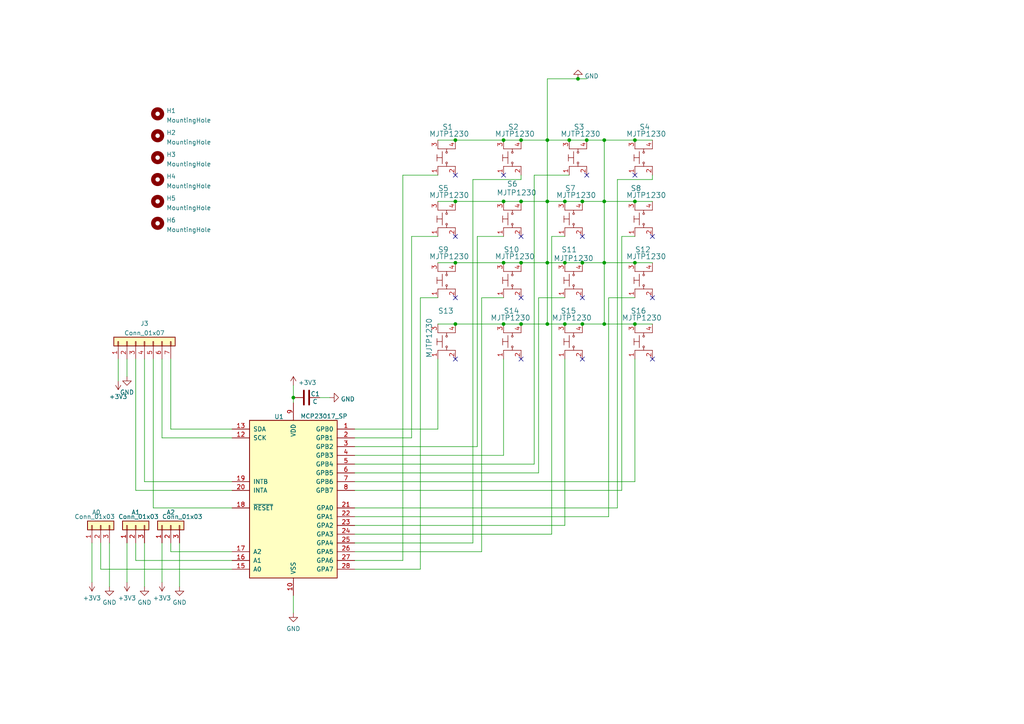
<source format=kicad_sch>
(kicad_sch (version 20211123) (generator eeschema)
  (paper "A4")
  (lib_symbols
    (symbol "Connector_Generic:Conn_01x03" (pin_names (offset 1.016) hide)
      (property "Reference" "J" (at 0 5.08 0))
      (property "Value" "Conn_01x03" (at 0 -5.08 0))
      (symbol "Conn_01x03_1_1"
        (rectangle (start -1.27 -2.413) (end 0 -2.667) (stroke (width 0.1524)))
        (rectangle (start -1.27 0.127) (end 0 -0.127) (stroke (width 0.1524)))
        (rectangle (start -1.27 2.667) (end 0 2.413) (stroke (width 0.1524)))
        (rectangle (start -1.27 3.81) (end 1.27 -3.81) (stroke (width 0.254)) (fill (type background)))
        (pin passive line (at -5.08 2.54 0) (length 3.81) (name "Pin_1") (number "1"))
        (pin passive line (at -5.08 0 0) (length 3.81) (name "Pin_2") (number "2"))
        (pin passive line (at -5.08 -2.54 0) (length 3.81) (name "Pin_3") (number "3"))
      )
    )
    (symbol "Connector_Generic:Conn_01x07" (pin_names (offset 1.016) hide)
      (property "Reference" "J" (at 0 10.16 0))
      (property "Value" "Conn_01x07" (at 0 -10.16 0))
      (symbol "Conn_01x07_1_1"
        (rectangle (start -1.27 -7.493) (end 0 -7.747) (stroke (width 0.1524)))
        (rectangle (start -1.27 -4.953) (end 0 -5.207) (stroke (width 0.1524)))
        (rectangle (start -1.27 -2.413) (end 0 -2.667) (stroke (width 0.1524)))
        (rectangle (start -1.27 0.127) (end 0 -0.127) (stroke (width 0.1524)))
        (rectangle (start -1.27 2.667) (end 0 2.413) (stroke (width 0.1524)))
        (rectangle (start -1.27 5.207) (end 0 4.953) (stroke (width 0.1524)))
        (rectangle (start -1.27 7.747) (end 0 7.493) (stroke (width 0.1524)))
        (rectangle (start -1.27 8.89) (end 1.27 -8.89) (stroke (width 0.254)) (fill (type background)))
        (pin passive line (at -5.08 7.62 0) (length 3.81) (name "Pin_1") (number "1"))
        (pin passive line (at -5.08 5.08 0) (length 3.81) (name "Pin_2") (number "2"))
        (pin passive line (at -5.08 2.54 0) (length 3.81) (name "Pin_3") (number "3"))
        (pin passive line (at -5.08 0 0) (length 3.81) (name "Pin_4") (number "4"))
        (pin passive line (at -5.08 -2.54 0) (length 3.81) (name "Pin_5") (number "5"))
        (pin passive line (at -5.08 -5.08 0) (length 3.81) (name "Pin_6") (number "6"))
        (pin passive line (at -5.08 -7.62 0) (length 3.81) (name "Pin_7") (number "7"))
      )
    )
    (symbol "Device:C" (pin_numbers hide) (pin_names (offset 0.254))
      (property "Reference" "C" (at 0.635 2.54 0))
      (property "Value" "C" (at 0.635 -2.54 0))
      (symbol "C_0_1"
        (polyline (pts (xy -2.032 -0.762) (xy 2.032 -0.762)) (stroke (width 0.508)))
        (polyline (pts (xy -2.032 0.762) (xy 2.032 0.762)) (stroke (width 0.508)))
      )
      (symbol "C_1_1"
        (pin passive line (at 0 3.81 270) (length 2.794) (name "~") (number "1"))
        (pin passive line (at 0 -3.81 90) (length 2.794) (name "~") (number "2"))
      )
    )
    (symbol "Interface_Expansion:MCP23017_SP" (pin_names (offset 1.016))
      (property "Reference" "U" (at -11.43 24.13 0))
      (property "Value" "MCP23017_SP" (at 0 0 0))
      (symbol "MCP23017_SP_0_1"
        (rectangle (start -12.7 22.86) (end 12.7 -22.86) (stroke (width 0.254)) (fill (type background)))
      )
      (symbol "MCP23017_SP_1_1"
        (pin bidirectional line (at 17.78 20.32 180) (length 5.08) (name "GPB0") (number "1"))
        (pin power_in line (at 0 -27.94 90) (length 5.08) (name "VSS") (number "10"))
        (pin no_connect line (at -12.7 15.24 0) (length 5.08) hide (name "NC") (number "11"))
        (pin input line (at -17.78 17.78 0) (length 5.08) (name "SCK") (number "12"))
        (pin bidirectional line (at -17.78 20.32 0) (length 5.08) (name "SDA") (number "13"))
        (pin no_connect line (at -12.7 12.7 0) (length 5.08) hide (name "NC") (number "14"))
        (pin input line (at -17.78 -20.32 0) (length 5.08) (name "A0") (number "15"))
        (pin input line (at -17.78 -17.78 0) (length 5.08) (name "A1") (number "16"))
        (pin input line (at -17.78 -15.24 0) (length 5.08) (name "A2") (number "17"))
        (pin input line (at -17.78 -2.54 0) (length 5.08) (name "~{RESET}") (number "18"))
        (pin tri_state line (at -17.78 5.08 0) (length 5.08) (name "INTB") (number "19"))
        (pin bidirectional line (at 17.78 17.78 180) (length 5.08) (name "GPB1") (number "2"))
        (pin tri_state line (at -17.78 2.54 0) (length 5.08) (name "INTA") (number "20"))
        (pin bidirectional line (at 17.78 -2.54 180) (length 5.08) (name "GPA0") (number "21"))
        (pin bidirectional line (at 17.78 -5.08 180) (length 5.08) (name "GPA1") (number "22"))
        (pin bidirectional line (at 17.78 -7.62 180) (length 5.08) (name "GPA2") (number "23"))
        (pin bidirectional line (at 17.78 -10.16 180) (length 5.08) (name "GPA3") (number "24"))
        (pin bidirectional line (at 17.78 -12.7 180) (length 5.08) (name "GPA4") (number "25"))
        (pin bidirectional line (at 17.78 -15.24 180) (length 5.08) (name "GPA5") (number "26"))
        (pin bidirectional line (at 17.78 -17.78 180) (length 5.08) (name "GPA6") (number "27"))
        (pin bidirectional line (at 17.78 -20.32 180) (length 5.08) (name "GPA7") (number "28"))
        (pin bidirectional line (at 17.78 15.24 180) (length 5.08) (name "GPB2") (number "3"))
        (pin bidirectional line (at 17.78 12.7 180) (length 5.08) (name "GPB3") (number "4"))
        (pin bidirectional line (at 17.78 10.16 180) (length 5.08) (name "GPB4") (number "5"))
        (pin bidirectional line (at 17.78 7.62 180) (length 5.08) (name "GPB5") (number "6"))
        (pin bidirectional line (at 17.78 5.08 180) (length 5.08) (name "GPB6") (number "7"))
        (pin bidirectional line (at 17.78 2.54 180) (length 5.08) (name "GPB7") (number "8"))
        (pin power_in line (at 0 27.94 270) (length 5.08) (name "VDD") (number "9"))
      )
    )
    (symbol "Mechanical:MountingHole" (pin_names (offset 1.016))
      (property "Reference" "H" (at 0 5.08 0))
      (property "Value" "MountingHole" (at 0 3.175 0))
      (symbol "MountingHole_0_1"
        (circle (center 0 0) (radius 1.27) (stroke (width 1.27)))
      )
    )
    (symbol "dk_Tactile-Switches:MJTP1230" (pin_names (offset 1.016))
      (property "Reference" "S" (at 0 5.08 0))
      (property "Value" "MJTP1230" (at 0 -5.08 0))
      (symbol "MJTP1230_0_1"
        (circle (center -1.524 0) (radius 0.254))
        (polyline (pts (xy -2.54 2.54) (xy -2.54 -2.54)))
        (polyline (pts (xy -1.778 0) (xy -2.54 0)))
        (polyline (pts (xy -1.778 1.27) (xy 1.778 1.27)))
        (polyline (pts (xy 2.54 -2.54) (xy 2.54 2.54)))
        (polyline (pts (xy 2.54 0) (xy 1.778 0)))
        (circle (center 1.524 0) (radius 0.254))
      )
      (symbol "MJTP1230_1_1"
        (polyline (pts (xy -1.016 2.794) (xy 0.889 2.794)))
        (polyline (pts (xy 0 2.794) (xy 0 1.27)))
        (pin passive line (at -5.08 2.54 0) (length 2.54) (name "~") (number "1"))
        (pin passive line (at -5.08 -2.54 0) (length 2.54) (name "~") (number "2"))
        (pin passive line (at 5.08 2.54 180) (length 2.54) (name "~") (number "3"))
        (pin passive line (at 5.08 -2.54 180) (length 2.54) (name "~") (number "4"))
      )
    )
    (symbol "power:+3.3V" (power) (pin_names (offset 0))
      (property "Value" "+3.3V" (at 0 3.556 0))
      (symbol "+3.3V_0_1"
        (polyline (pts (xy -0.762 1.27) (xy 0 2.54)))
        (polyline (pts (xy 0 0) (xy 0 2.54)))
        (polyline (pts (xy 0 2.54) (xy 0.762 1.27)))
      )
      (symbol "+3.3V_1_1"
        (pin power_in line (at 0 0 90) (length 0) hide (name "+3V3") (number "1"))
      )
    )
    (symbol "power:GND" (power) (pin_names (offset 0))
      (property "Value" "GND" (at 0 -3.81 0))
      (symbol "GND_0_1"
        (polyline (pts (xy 0 0) (xy 0 -1.27) (xy 1.27 -1.27) (xy 0 -2.54) (xy -1.27 -1.27) (xy 0 -1.27)))
      )
      (symbol "GND_1_1"
        (pin power_in line (at 0 0 270) (length 0) hide (name "GND") (number "1"))
      )
    )
  )
  (junction (at 146.05 40.64))
  (junction (at 132.08 40.64))
  (junction (at 184.15 93.98))
  (junction (at 170.18 40.64))
  (junction (at 158.75 58.42))
  (junction (at 168.91 58.42))
  (junction (at 163.83 58.42))
  (junction (at 184.15 58.42))
  (junction (at 158.75 40.64))
  (junction (at 132.08 76.2))
  (junction (at 167.64 22.86))
  (junction (at 146.05 58.42))
  (junction (at 158.75 76.2))
  (junction (at 175.26 40.64))
  (junction (at 184.15 40.64))
  (junction (at 132.08 93.98))
  (junction (at 85.09 115.316))
  (junction (at 151.13 76.2))
  (junction (at 158.75 93.98))
  (junction (at 151.13 93.98))
  (junction (at 151.13 58.42))
  (junction (at 163.83 76.2))
  (junction (at 146.05 93.98))
  (junction (at 168.91 93.98))
  (junction (at 132.08 58.42))
  (junction (at 163.83 93.98))
  (junction (at 168.91 76.2))
  (junction (at 175.26 58.42))
  (junction (at 165.1 40.64))
  (junction (at 184.15 76.2))
  (junction (at 151.13 40.64))
  (junction (at 175.26 76.2))
  (junction (at 175.26 93.98))
  (junction (at 146.05 76.2))
  (no_connect (at 132.08 50.8))
  (no_connect (at 146.05 50.8))
  (no_connect (at 168.91 68.58))
  (no_connect (at 189.23 86.36))
  (no_connect (at 189.23 104.14))
  (no_connect (at 189.23 68.58))
  (no_connect (at 168.91 104.14))
  (no_connect (at 168.91 86.36))
  (no_connect (at 151.13 86.36))
  (no_connect (at 151.13 68.58))
  (no_connect (at 132.08 86.36))
  (no_connect (at 132.08 104.14))
  (no_connect (at 151.13 104.14))
  (no_connect (at 132.08 68.58))
  (no_connect (at 170.18 50.8))
  (no_connect (at 184.15 50.8))
  (wire (pts (xy 137.16 52.07) (xy 137.16 157.48)))
  (wire (pts (xy 121.92 165.1) (xy 102.87 165.1)))
  (wire (pts (xy 184.15 58.42) (xy 189.23 58.42)))
  (wire (pts (xy 127 93.98) (xy 132.08 93.98)))
  (wire (pts (xy 36.83 157.48) (xy 36.83 168.91)))
  (wire (pts (xy 52.07 157.48) (xy 52.07 170.18)))
  (wire (pts (xy 139.7 86.36) (xy 139.7 160.02)))
  (wire (pts (xy 175.26 40.64) (xy 175.26 58.42)))
  (wire (pts (xy 146.05 58.42) (xy 151.13 58.42)))
  (wire (pts (xy 67.31 142.24) (xy 39.37 142.24)))
  (wire (pts (xy 189.23 50.8) (xy 189.23 52.07)))
  (wire (pts (xy 158.75 76.2) (xy 163.83 76.2)))
  (wire (pts (xy 146.05 132.08) (xy 102.87 132.08)))
  (wire (pts (xy 163.83 86.36) (xy 156.21 86.36)))
  (wire (pts (xy 36.83 104.14) (xy 36.83 109.22)))
  (wire (pts (xy 49.53 157.48) (xy 49.53 160.02)))
  (wire (pts (xy 127 76.2) (xy 132.08 76.2)))
  (wire (pts (xy 146.05 86.36) (xy 139.7 86.36)))
  (wire (pts (xy 132.08 76.2) (xy 146.05 76.2)))
  (wire (pts (xy 127 124.46) (xy 102.87 124.46)))
  (wire (pts (xy 46.99 127) (xy 67.31 127)))
  (wire (pts (xy 39.37 157.48) (xy 39.37 162.56)))
  (wire (pts (xy 39.37 162.56) (xy 67.31 162.56)))
  (wire (pts (xy 184.15 104.14) (xy 184.15 139.7)))
  (wire (pts (xy 146.05 93.98) (xy 151.13 93.98)))
  (wire (pts (xy 165.1 40.64) (xy 170.18 40.64)))
  (wire (pts (xy 179.07 52.07) (xy 179.07 147.32)))
  (wire (pts (xy 119.38 127) (xy 102.87 127)))
  (wire (pts (xy 127 58.42) (xy 132.08 58.42)))
  (wire (pts (xy 127 68.58) (xy 119.38 68.58)))
  (wire (pts (xy 167.64 22.86) (xy 170.18 22.86)))
  (wire (pts (xy 31.75 157.48) (xy 31.75 170.18)))
  (wire (pts (xy 163.83 152.4) (xy 102.87 152.4)))
  (wire (pts (xy 176.53 86.36) (xy 176.53 149.86)))
  (wire (pts (xy 158.75 40.64) (xy 158.75 58.42)))
  (wire (pts (xy 163.83 58.42) (xy 168.91 58.42)))
  (wire (pts (xy 127 40.64) (xy 132.08 40.64)))
  (wire (pts (xy 184.15 68.58) (xy 180.34 68.58)))
  (wire (pts (xy 151.13 40.64) (xy 158.75 40.64)))
  (wire (pts (xy 189.23 52.07) (xy 179.07 52.07)))
  (wire (pts (xy 132.08 93.98) (xy 146.05 93.98)))
  (wire (pts (xy 184.15 86.36) (xy 176.53 86.36)))
  (wire (pts (xy 138.43 68.58) (xy 138.43 129.54)))
  (wire (pts (xy 49.53 104.14) (xy 49.53 124.46)))
  (wire (pts (xy 85.09 115.316) (xy 85.09 116.84)))
  (wire (pts (xy 102.87 160.02) (xy 139.7 160.02)))
  (wire (pts (xy 151.13 50.8) (xy 151.13 52.07)))
  (wire (pts (xy 49.53 124.46) (xy 67.31 124.46)))
  (wire (pts (xy 151.13 93.98) (xy 158.75 93.98)))
  (wire (pts (xy 146.05 76.2) (xy 151.13 76.2)))
  (wire (pts (xy 158.75 58.42) (xy 158.75 76.2)))
  (wire (pts (xy 151.13 76.2) (xy 158.75 76.2)))
  (wire (pts (xy 184.15 93.98) (xy 189.23 93.98)))
  (wire (pts (xy 102.87 129.54) (xy 138.43 129.54)))
  (wire (pts (xy 184.15 139.7) (xy 102.87 139.7)))
  (wire (pts (xy 156.21 86.36) (xy 156.21 137.16)))
  (wire (pts (xy 151.13 52.07) (xy 137.16 52.07)))
  (wire (pts (xy 39.37 142.24) (xy 39.37 104.14)))
  (wire (pts (xy 160.02 68.58) (xy 160.02 154.94)))
  (wire (pts (xy 163.83 68.58) (xy 160.02 68.58)))
  (wire (pts (xy 41.91 139.7) (xy 41.91 104.14)))
  (wire (pts (xy 179.07 147.32) (xy 102.87 147.32)))
  (wire (pts (xy 85.09 111.76) (xy 85.09 115.316)))
  (wire (pts (xy 163.83 104.14) (xy 163.83 152.4)))
  (wire (pts (xy 41.91 157.48) (xy 41.91 170.18)))
  (wire (pts (xy 44.45 147.32) (xy 44.45 104.14)))
  (wire (pts (xy 175.26 40.64) (xy 184.15 40.64)))
  (wire (pts (xy 175.26 76.2) (xy 175.26 93.98)))
  (wire (pts (xy 158.75 76.2) (xy 158.75 93.98)))
  (wire (pts (xy 146.05 68.58) (xy 138.43 68.58)))
  (wire (pts (xy 165.1 50.8) (xy 154.94 50.8)))
  (wire (pts (xy 127 86.36) (xy 121.92 86.36)))
  (wire (pts (xy 168.91 58.42) (xy 175.26 58.42)))
  (wire (pts (xy 184.15 76.2) (xy 189.23 76.2)))
  (wire (pts (xy 116.84 50.8) (xy 116.84 162.56)))
  (wire (pts (xy 46.99 104.14) (xy 46.99 127)))
  (wire (pts (xy 34.29 104.14) (xy 34.29 110.49)))
  (wire (pts (xy 132.08 40.64) (xy 146.05 40.64)))
  (wire (pts (xy 102.87 134.62) (xy 154.94 134.62)))
  (wire (pts (xy 119.38 68.58) (xy 119.38 127)))
  (wire (pts (xy 158.75 58.42) (xy 163.83 58.42)))
  (wire (pts (xy 127 50.8) (xy 116.84 50.8)))
  (wire (pts (xy 132.08 58.42) (xy 146.05 58.42)))
  (wire (pts (xy 85.09 172.72) (xy 85.09 177.8)))
  (wire (pts (xy 151.13 58.42) (xy 158.75 58.42)))
  (wire (pts (xy 175.26 93.98) (xy 184.15 93.98)))
  (wire (pts (xy 158.75 22.86) (xy 158.75 40.64)))
  (wire (pts (xy 160.02 154.94) (xy 102.87 154.94)))
  (wire (pts (xy 175.26 76.2) (xy 184.15 76.2)))
  (wire (pts (xy 168.91 93.98) (xy 175.26 93.98)))
  (wire (pts (xy 175.26 58.42) (xy 184.15 58.42)))
  (wire (pts (xy 46.99 157.48) (xy 46.99 168.91)))
  (wire (pts (xy 121.92 86.36) (xy 121.92 165.1)))
  (wire (pts (xy 67.31 147.32) (xy 44.45 147.32)))
  (wire (pts (xy 180.34 68.58) (xy 180.34 142.24)))
  (wire (pts (xy 168.91 76.2) (xy 175.26 76.2)))
  (wire (pts (xy 154.94 50.8) (xy 154.94 134.62)))
  (wire (pts (xy 176.53 149.86) (xy 102.87 149.86)))
  (wire (pts (xy 163.83 76.2) (xy 168.91 76.2)))
  (wire (pts (xy 158.75 22.86) (xy 167.64 22.86)))
  (wire (pts (xy 29.21 157.48) (xy 29.21 165.1)))
  (wire (pts (xy 67.31 139.7) (xy 41.91 139.7)))
  (wire (pts (xy 26.67 157.48) (xy 26.67 168.91)))
  (wire (pts (xy 158.75 93.98) (xy 163.83 93.98)))
  (wire (pts (xy 184.15 40.64) (xy 189.23 40.64)))
  (wire (pts (xy 163.83 93.98) (xy 168.91 93.98)))
  (wire (pts (xy 146.05 40.64) (xy 151.13 40.64)))
  (wire (pts (xy 29.21 165.1) (xy 67.31 165.1)))
  (wire (pts (xy 156.21 137.16) (xy 102.87 137.16)))
  (wire (pts (xy 49.53 160.02) (xy 67.31 160.02)))
  (wire (pts (xy 116.84 162.56) (xy 102.87 162.56)))
  (wire (pts (xy 146.05 104.14) (xy 146.05 132.08)))
  (wire (pts (xy 158.75 40.64) (xy 165.1 40.64)))
  (wire (pts (xy 170.18 40.64) (xy 175.26 40.64)))
  (wire (pts (xy 180.34 142.24) (xy 102.87 142.24)))
  (wire (pts (xy 127 104.14) (xy 127 124.46)))
  (wire (pts (xy 137.16 157.48) (xy 102.87 157.48)))
  (wire (pts (xy 92.71 115.316) (xy 95.6564 115.316)))
  (wire (pts (xy 175.26 58.42) (xy 175.26 76.2)))
  (symbol (lib_id "dk_Tactile-Switches:MJTP1230") (at 129.54 63.5 90) (unit 1)
    (property "Reference" "S5" (at 127 54.61 90) (effects (font (size 1.524 1.524)) (justify right)))
    (property "Value" "MJTP1230" (at 124.46 56.619 90) (effects (font (size 1.524 1.524)) (justify right)))
    (property "Footprint" "Kitecraft_Buttons:SW_PUSH_6mm_H4.3mm" (effects hide))
    (property "Datasheet" "https://media.digikey.com/pdf/Data%20Sheets/APEM%20Components%20PDFs/MJTP%20Series-6MM.pdf" (effects hide))
    (property "Digi-Key_PN" "679-2428-ND" (effects hide))
    (property "MPN" "MJTP1230" (effects hide))
    (property "Category" "Switches" (effects hide))
    (property "Family" "Tactile Switches" (effects hide))
    (property "DK_Datasheet_Link" "https://media.digikey.com/pdf/Data%20Sheets/APEM%20Components%20PDFs/MJTP%20Series-6MM.pdf" (effects hide))
    (property "DK_Detail_Page" "/product-detail/en/apem-inc/MJTP1230/679-2428-ND/1798037" (effects hide))
    (property "Description" "SWITCH TACTILE SPST-NO 0.05A 12V" (effects hide))
    (property "Manufacturer" "APEM Inc." (effects hide))
    (property "Status" "Active" (effects hide))
  )
  (symbol (lib_id "Mechanical:MountingHole") (at 45.72 45.72 0) (unit 1)
    (property "Reference" "H3" (at 48.26 44.8115 0) (effects (justify left)))
    (property "Value" "MountingHole" (at 48.26 47.5866 0) (effects (justify left)))
    (property "Footprint" "MountingHole:MountingHole_2.2mm_M2" (effects hide))
  )
  (symbol (lib_id "power:GND") (at 85.09 177.8 0) (unit 1)
    (property "Reference" "#PWR0109" (effects hide))
    (property "Value" "GND" (at 85.09 182.3625 0))
  )
  (symbol (lib_id "Mechanical:MountingHole") (at 45.72 52.07 0) (unit 1)
    (property "Reference" "H4" (at 48.26 51.1615 0) (effects (justify left)))
    (property "Value" "MountingHole" (at 48.26 53.9366 0) (effects (justify left)))
    (property "Footprint" "MountingHole:MountingHole_2.2mm_M2" (effects hide))
  )
  (symbol (lib_id "power:+3.3V") (at 85.09 111.76 0) (unit 1)
    (property "Reference" "#PWR0110" (effects hide))
    (property "Value" "+3.3V" (at 86.487 110.969 0) (effects (justify left)))
  )
  (symbol (lib_id "dk_Tactile-Switches:MJTP1230") (at 186.69 81.28 90) (unit 1)
    (property "Reference" "S12" (at 184.15 72.39 90) (effects (font (size 1.524 1.524)) (justify right)))
    (property "Value" "MJTP1230" (at 181.61 74.399 90) (effects (font (size 1.524 1.524)) (justify right)))
    (property "Footprint" "Kitecraft_Buttons:SW_PUSH_6mm_H4.3mm" (effects hide))
    (property "Datasheet" "https://media.digikey.com/pdf/Data%20Sheets/APEM%20Components%20PDFs/MJTP%20Series-6MM.pdf" (effects hide))
    (property "Digi-Key_PN" "679-2428-ND" (effects hide))
    (property "MPN" "MJTP1230" (effects hide))
    (property "Category" "Switches" (effects hide))
    (property "Family" "Tactile Switches" (effects hide))
    (property "DK_Datasheet_Link" "https://media.digikey.com/pdf/Data%20Sheets/APEM%20Components%20PDFs/MJTP%20Series-6MM.pdf" (effects hide))
    (property "DK_Detail_Page" "/product-detail/en/apem-inc/MJTP1230/679-2428-ND/1798037" (effects hide))
    (property "Description" "SWITCH TACTILE SPST-NO 0.05A 12V" (effects hide))
    (property "Manufacturer" "APEM Inc." (effects hide))
    (property "Status" "Active" (effects hide))
  )
  (symbol (lib_id "power:GND") (at 41.91 170.18 0) (unit 1)
    (property "Reference" "#PWR0108" (effects hide))
    (property "Value" "GND" (at 41.91 174.7425 0))
  )
  (symbol (lib_id "dk_Tactile-Switches:MJTP1230") (at 129.54 81.28 90) (unit 1)
    (property "Reference" "S9" (at 127 72.39 90) (effects (font (size 1.524 1.524)) (justify right)))
    (property "Value" "MJTP1230" (at 124.46 74.399 90) (effects (font (size 1.524 1.524)) (justify right)))
    (property "Footprint" "Kitecraft_Buttons:SW_PUSH_6mm_H4.3mm" (effects hide))
    (property "Datasheet" "https://media.digikey.com/pdf/Data%20Sheets/APEM%20Components%20PDFs/MJTP%20Series-6MM.pdf" (effects hide))
    (property "Digi-Key_PN" "679-2428-ND" (effects hide))
    (property "MPN" "MJTP1230" (effects hide))
    (property "Category" "Switches" (effects hide))
    (property "Family" "Tactile Switches" (effects hide))
    (property "DK_Datasheet_Link" "https://media.digikey.com/pdf/Data%20Sheets/APEM%20Components%20PDFs/MJTP%20Series-6MM.pdf" (effects hide))
    (property "DK_Detail_Page" "/product-detail/en/apem-inc/MJTP1230/679-2428-ND/1798037" (effects hide))
    (property "Description" "SWITCH TACTILE SPST-NO 0.05A 12V" (effects hide))
    (property "Manufacturer" "APEM Inc." (effects hide))
    (property "Status" "Active" (effects hide))
  )
  (symbol (lib_id "dk_Tactile-Switches:MJTP1230") (at 186.69 45.72 90) (unit 1)
    (property "Reference" "S4" (at 185.42 36.83 90) (effects (font (size 1.524 1.524)) (justify right)))
    (property "Value" "MJTP1230" (at 181.61 38.839 90) (effects (font (size 1.524 1.524)) (justify right)))
    (property "Footprint" "Kitecraft_Buttons:SW_PUSH_6mm_H4.3mm" (effects hide))
    (property "Datasheet" "https://media.digikey.com/pdf/Data%20Sheets/APEM%20Components%20PDFs/MJTP%20Series-6MM.pdf" (effects hide))
    (property "Digi-Key_PN" "679-2428-ND" (effects hide))
    (property "MPN" "MJTP1230" (effects hide))
    (property "Category" "Switches" (effects hide))
    (property "Family" "Tactile Switches" (effects hide))
    (property "DK_Datasheet_Link" "https://media.digikey.com/pdf/Data%20Sheets/APEM%20Components%20PDFs/MJTP%20Series-6MM.pdf" (effects hide))
    (property "DK_Detail_Page" "/product-detail/en/apem-inc/MJTP1230/679-2428-ND/1798037" (effects hide))
    (property "Description" "SWITCH TACTILE SPST-NO 0.05A 12V" (effects hide))
    (property "Manufacturer" "APEM Inc." (effects hide))
    (property "Status" "Active" (effects hide))
  )
  (symbol (lib_id "Device:C") (at 88.9 115.316 90) (unit 1)
    (property "Reference" "C1" (at 91.44 114.2492 90))
    (property "Value" "C" (at 91.3892 116.4844 90))
    (property "Footprint" "Capacitor_THT:C_Disc_D5.0mm_W2.5mm_P5.00mm" (effects hide))
  )
  (symbol (lib_id "dk_Tactile-Switches:MJTP1230") (at 166.37 63.5 90) (unit 1)
    (property "Reference" "S7" (at 163.83 54.61 90) (effects (font (size 1.524 1.524)) (justify right)))
    (property "Value" "MJTP1230" (at 161.29 56.619 90) (effects (font (size 1.524 1.524)) (justify right)))
    (property "Footprint" "Kitecraft_Buttons:SW_PUSH_6mm_H4.3mm" (effects hide))
    (property "Datasheet" "https://media.digikey.com/pdf/Data%20Sheets/APEM%20Components%20PDFs/MJTP%20Series-6MM.pdf" (effects hide))
    (property "Digi-Key_PN" "679-2428-ND" (effects hide))
    (property "MPN" "MJTP1230" (effects hide))
    (property "Category" "Switches" (effects hide))
    (property "Family" "Tactile Switches" (effects hide))
    (property "DK_Datasheet_Link" "https://media.digikey.com/pdf/Data%20Sheets/APEM%20Components%20PDFs/MJTP%20Series-6MM.pdf" (effects hide))
    (property "DK_Detail_Page" "/product-detail/en/apem-inc/MJTP1230/679-2428-ND/1798037" (effects hide))
    (property "Description" "SWITCH TACTILE SPST-NO 0.05A 12V" (effects hide))
    (property "Manufacturer" "APEM Inc." (effects hide))
    (property "Status" "Active" (effects hide))
  )
  (symbol (lib_id "Mechanical:MountingHole") (at 45.72 58.42 0) (unit 1)
    (property "Reference" "H5" (at 48.26 57.5115 0) (effects (justify left)))
    (property "Value" "MountingHole" (at 48.26 60.2866 0) (effects (justify left)))
    (property "Footprint" "MountingHole:MountingHole_2.2mm_M2" (effects hide))
  )
  (symbol (lib_id "Connector_Generic:Conn_01x03") (at 49.53 152.4 90) (unit 1)
    (property "Reference" "A2" (at 48.26 148.59 90) (effects (justify right)))
    (property "Value" "Conn_01x03" (at 46.99 149.86 90) (effects (justify right)))
    (property "Footprint" "Connector_PinHeader_2.54mm:PinHeader_1x03_P2.54mm_Vertical" (effects hide))
  )
  (symbol (lib_id "dk_Tactile-Switches:MJTP1230") (at 129.54 99.06 90) (unit 1)
    (property "Reference" "S13" (at 127 90.17 90) (effects (font (size 1.524 1.524)) (justify right)))
    (property "Value" "MJTP1230" (at 124.46 92.179 0) (effects (font (size 1.524 1.524)) (justify right)))
    (property "Footprint" "Kitecraft_Buttons:SW_PUSH_6mm_H4.3mm" (effects hide))
    (property "Datasheet" "https://media.digikey.com/pdf/Data%20Sheets/APEM%20Components%20PDFs/MJTP%20Series-6MM.pdf" (effects hide))
    (property "Digi-Key_PN" "679-2428-ND" (effects hide))
    (property "MPN" "MJTP1230" (effects hide))
    (property "Category" "Switches" (effects hide))
    (property "Family" "Tactile Switches" (effects hide))
    (property "DK_Datasheet_Link" "https://media.digikey.com/pdf/Data%20Sheets/APEM%20Components%20PDFs/MJTP%20Series-6MM.pdf" (effects hide))
    (property "DK_Detail_Page" "/product-detail/en/apem-inc/MJTP1230/679-2428-ND/1798037" (effects hide))
    (property "Description" "SWITCH TACTILE SPST-NO 0.05A 12V" (effects hide))
    (property "Manufacturer" "APEM Inc." (effects hide))
    (property "Status" "Active" (effects hide))
  )
  (symbol (lib_id "power:GND") (at 167.64 22.86 180) (unit 1)
    (property "Reference" "#PWR0111" (effects hide))
    (property "Value" "GND" (at 169.545 22.069 0) (effects (justify right)))
  )
  (symbol (lib_id "power:+3.3V") (at 36.83 168.91 180) (unit 1)
    (property "Reference" "#PWR0106" (effects hide))
    (property "Value" "+3.3V" (at 36.83 173.4725 0))
  )
  (symbol (lib_id "dk_Tactile-Switches:MJTP1230") (at 186.69 63.5 90) (unit 1)
    (property "Reference" "S8" (at 182.88 54.61 90) (effects (font (size 1.524 1.524)) (justify right)))
    (property "Value" "MJTP1230" (at 181.61 56.619 90) (effects (font (size 1.524 1.524)) (justify right)))
    (property "Footprint" "Kitecraft_Buttons:SW_PUSH_6mm_H4.3mm" (effects hide))
    (property "Datasheet" "https://media.digikey.com/pdf/Data%20Sheets/APEM%20Components%20PDFs/MJTP%20Series-6MM.pdf" (effects hide))
    (property "Digi-Key_PN" "679-2428-ND" (effects hide))
    (property "MPN" "MJTP1230" (effects hide))
    (property "Category" "Switches" (effects hide))
    (property "Family" "Tactile Switches" (effects hide))
    (property "DK_Datasheet_Link" "https://media.digikey.com/pdf/Data%20Sheets/APEM%20Components%20PDFs/MJTP%20Series-6MM.pdf" (effects hide))
    (property "DK_Detail_Page" "/product-detail/en/apem-inc/MJTP1230/679-2428-ND/1798037" (effects hide))
    (property "Description" "SWITCH TACTILE SPST-NO 0.05A 12V" (effects hide))
    (property "Manufacturer" "APEM Inc." (effects hide))
    (property "Status" "Active" (effects hide))
  )
  (symbol (lib_id "dk_Tactile-Switches:MJTP1230") (at 166.37 81.28 90) (unit 1)
    (property "Reference" "S11" (at 165.1 72.39 90) (effects (font (size 1.524 1.524))))
    (property "Value" "MJTP1230" (at 166.37 74.93 90) (effects (font (size 1.524 1.524))))
    (property "Footprint" "Kitecraft_Buttons:SW_PUSH_6mm_H4.3mm" (effects hide))
    (property "Datasheet" "https://media.digikey.com/pdf/Data%20Sheets/APEM%20Components%20PDFs/MJTP%20Series-6MM.pdf" (effects hide))
    (property "Digi-Key_PN" "679-2428-ND" (effects hide))
    (property "MPN" "MJTP1230" (effects hide))
    (property "Category" "Switches" (effects hide))
    (property "Family" "Tactile Switches" (effects hide))
    (property "DK_Datasheet_Link" "https://media.digikey.com/pdf/Data%20Sheets/APEM%20Components%20PDFs/MJTP%20Series-6MM.pdf" (effects hide))
    (property "DK_Detail_Page" "/product-detail/en/apem-inc/MJTP1230/679-2428-ND/1798037" (effects hide))
    (property "Description" "SWITCH TACTILE SPST-NO 0.05A 12V" (effects hide))
    (property "Manufacturer" "APEM Inc." (effects hide))
    (property "Status" "Active" (effects hide))
  )
  (symbol (lib_id "power:GND") (at 31.75 170.18 0) (unit 1)
    (property "Reference" "#PWR0104" (effects hide))
    (property "Value" "GND" (at 31.75 174.7425 0))
  )
  (symbol (lib_id "dk_Tactile-Switches:MJTP1230") (at 148.59 45.72 90) (unit 1)
    (property "Reference" "S2" (at 147.32 36.83 90) (effects (font (size 1.524 1.524)) (justify right)))
    (property "Value" "MJTP1230" (at 143.51 38.839 90) (effects (font (size 1.524 1.524)) (justify right)))
    (property "Footprint" "Kitecraft_Buttons:SW_PUSH_6mm_H4.3mm" (effects hide))
    (property "Datasheet" "https://media.digikey.com/pdf/Data%20Sheets/APEM%20Components%20PDFs/MJTP%20Series-6MM.pdf" (effects hide))
    (property "Digi-Key_PN" "679-2428-ND" (effects hide))
    (property "MPN" "MJTP1230" (effects hide))
    (property "Category" "Switches" (effects hide))
    (property "Family" "Tactile Switches" (effects hide))
    (property "DK_Datasheet_Link" "https://media.digikey.com/pdf/Data%20Sheets/APEM%20Components%20PDFs/MJTP%20Series-6MM.pdf" (effects hide))
    (property "DK_Detail_Page" "/product-detail/en/apem-inc/MJTP1230/679-2428-ND/1798037" (effects hide))
    (property "Description" "SWITCH TACTILE SPST-NO 0.05A 12V" (effects hide))
    (property "Manufacturer" "APEM Inc." (effects hide))
    (property "Status" "Active" (effects hide))
  )
  (symbol (lib_id "power:+3.3V") (at 34.29 110.49 180) (unit 1)
    (property "Reference" "#PWR0101" (effects hide))
    (property "Value" "+3.3V" (at 34.29 115.0525 0))
  )
  (symbol (lib_id "Connector_Generic:Conn_01x03") (at 39.37 152.4 90) (unit 1)
    (property "Reference" "A1" (at 38.1 148.59 90) (effects (justify right)))
    (property "Value" "Conn_01x03" (at 34.29 149.86 90) (effects (justify right)))
    (property "Footprint" "Connector_PinHeader_2.54mm:PinHeader_1x03_P2.54mm_Vertical" (effects hide))
  )
  (symbol (lib_id "dk_Tactile-Switches:MJTP1230") (at 129.54 45.72 90) (unit 1)
    (property "Reference" "S1" (at 128.27 36.83 90) (effects (font (size 1.524 1.524)) (justify right)))
    (property "Value" "MJTP1230" (at 124.46 38.839 90) (effects (font (size 1.524 1.524)) (justify right)))
    (property "Footprint" "Kitecraft_Buttons:SW_PUSH_6mm_H4.3mm" (effects hide))
    (property "Datasheet" "https://media.digikey.com/pdf/Data%20Sheets/APEM%20Components%20PDFs/MJTP%20Series-6MM.pdf" (effects hide))
    (property "Digi-Key_PN" "679-2428-ND" (effects hide))
    (property "MPN" "MJTP1230" (effects hide))
    (property "Category" "Switches" (effects hide))
    (property "Family" "Tactile Switches" (effects hide))
    (property "DK_Datasheet_Link" "https://media.digikey.com/pdf/Data%20Sheets/APEM%20Components%20PDFs/MJTP%20Series-6MM.pdf" (effects hide))
    (property "DK_Detail_Page" "/product-detail/en/apem-inc/MJTP1230/679-2428-ND/1798037" (effects hide))
    (property "Description" "SWITCH TACTILE SPST-NO 0.05A 12V" (effects hide))
    (property "Manufacturer" "APEM Inc." (effects hide))
    (property "Status" "Active" (effects hide))
  )
  (symbol (lib_id "power:GND") (at 36.83 109.22 0) (unit 1)
    (property "Reference" "#PWR0102" (effects hide))
    (property "Value" "GND" (at 36.83 113.7825 0))
  )
  (symbol (lib_id "power:GND") (at 95.6564 115.316 90) (unit 1)
    (property "Reference" "#PWR0112" (effects hide))
    (property "Value" "GND" (at 98.8314 115.7498 90) (effects (justify right)))
  )
  (symbol (lib_id "dk_Tactile-Switches:MJTP1230") (at 148.59 99.06 90) (unit 1)
    (property "Reference" "S14" (at 146.05 90.17 90) (effects (font (size 1.524 1.524)) (justify right)))
    (property "Value" "MJTP1230" (at 142.24 92.179 90) (effects (font (size 1.524 1.524)) (justify right)))
    (property "Footprint" "Kitecraft_Buttons:SW_PUSH_6mm_H4.3mm" (effects hide))
    (property "Datasheet" "https://media.digikey.com/pdf/Data%20Sheets/APEM%20Components%20PDFs/MJTP%20Series-6MM.pdf" (effects hide))
    (property "Digi-Key_PN" "679-2428-ND" (effects hide))
    (property "MPN" "MJTP1230" (effects hide))
    (property "Category" "Switches" (effects hide))
    (property "Family" "Tactile Switches" (effects hide))
    (property "DK_Datasheet_Link" "https://media.digikey.com/pdf/Data%20Sheets/APEM%20Components%20PDFs/MJTP%20Series-6MM.pdf" (effects hide))
    (property "DK_Detail_Page" "/product-detail/en/apem-inc/MJTP1230/679-2428-ND/1798037" (effects hide))
    (property "Description" "SWITCH TACTILE SPST-NO 0.05A 12V" (effects hide))
    (property "Manufacturer" "APEM Inc." (effects hide))
    (property "Status" "Active" (effects hide))
  )
  (symbol (lib_id "Mechanical:MountingHole") (at 45.72 64.77 0) (unit 1)
    (property "Reference" "H6" (at 48.26 63.8615 0) (effects (justify left)))
    (property "Value" "MountingHole" (at 48.26 66.6366 0) (effects (justify left)))
    (property "Footprint" "MountingHole:MountingHole_2.2mm_M2" (effects hide))
  )
  (symbol (lib_id "dk_Tactile-Switches:MJTP1230") (at 186.69 99.06 90) (unit 1)
    (property "Reference" "S16" (at 182.88 90.17 90) (effects (font (size 1.524 1.524)) (justify right)))
    (property "Value" "MJTP1230" (at 180.34 92.179 90) (effects (font (size 1.524 1.524)) (justify right)))
    (property "Footprint" "Kitecraft_Buttons:SW_PUSH_6mm_H4.3mm" (effects hide))
    (property "Datasheet" "https://media.digikey.com/pdf/Data%20Sheets/APEM%20Components%20PDFs/MJTP%20Series-6MM.pdf" (effects hide))
    (property "Digi-Key_PN" "679-2428-ND" (effects hide))
    (property "MPN" "MJTP1230" (effects hide))
    (property "Category" "Switches" (effects hide))
    (property "Family" "Tactile Switches" (effects hide))
    (property "DK_Datasheet_Link" "https://media.digikey.com/pdf/Data%20Sheets/APEM%20Components%20PDFs/MJTP%20Series-6MM.pdf" (effects hide))
    (property "DK_Detail_Page" "/product-detail/en/apem-inc/MJTP1230/679-2428-ND/1798037" (effects hide))
    (property "Description" "SWITCH TACTILE SPST-NO 0.05A 12V" (effects hide))
    (property "Manufacturer" "APEM Inc." (effects hide))
    (property "Status" "Active" (effects hide))
  )
  (symbol (lib_id "Connector_Generic:Conn_01x03") (at 29.21 152.4 90) (unit 1)
    (property "Reference" "A0" (at 26.67 148.59 90) (effects (justify right)))
    (property "Value" "Conn_01x03" (at 21.59 149.86 90) (effects (justify right)))
    (property "Footprint" "Connector_PinHeader_2.54mm:PinHeader_1x03_P2.54mm_Vertical" (effects hide))
  )
  (symbol (lib_id "Interface_Expansion:MCP23017_SP") (at 85.09 144.78 0) (unit 1)
    (property "Reference" "U1" (at 79.5528 120.8532 0) (effects (justify left)))
    (property "Value" "MCP23017_SP" (at 87.1094 120.7286 0) (effects (justify left)))
    (property "Footprint" "Kitecraft_Package_DIP:DIP-28_W7.62mm_WithSocket" (effects hide))
    (property "Datasheet" "http://ww1.microchip.com/downloads/en/DeviceDoc/20001952C.pdf" (effects hide))
  )
  (symbol (lib_id "power:+3.3V") (at 26.67 168.91 180) (unit 1)
    (property "Reference" "#PWR0103" (effects hide))
    (property "Value" "+3.3V" (at 26.67 173.4725 0))
  )
  (symbol (lib_id "Connector_Generic:Conn_01x07") (at 41.91 99.06 90) (unit 1)
    (property "Reference" "J3" (at 41.91 93.8235 90))
    (property "Value" "Conn_01x07" (at 41.91 96.5986 90))
    (property "Footprint" "Connector_PinHeader_2.54mm:PinHeader_1x07_P2.54mm_Vertical" (effects hide))
  )
  (symbol (lib_id "dk_Tactile-Switches:MJTP1230") (at 166.37 99.06 90) (unit 1)
    (property "Reference" "S15" (at 162.56 90.17 90) (effects (font (size 1.524 1.524)) (justify right)))
    (property "Value" "MJTP1230" (at 160.02 92.179 90) (effects (font (size 1.524 1.524)) (justify right)))
    (property "Footprint" "Kitecraft_Buttons:SW_PUSH_6mm_H4.3mm" (effects hide))
    (property "Datasheet" "https://media.digikey.com/pdf/Data%20Sheets/APEM%20Components%20PDFs/MJTP%20Series-6MM.pdf" (effects hide))
    (property "Digi-Key_PN" "679-2428-ND" (effects hide))
    (property "MPN" "MJTP1230" (effects hide))
    (property "Category" "Switches" (effects hide))
    (property "Family" "Tactile Switches" (effects hide))
    (property "DK_Datasheet_Link" "https://media.digikey.com/pdf/Data%20Sheets/APEM%20Components%20PDFs/MJTP%20Series-6MM.pdf" (effects hide))
    (property "DK_Detail_Page" "/product-detail/en/apem-inc/MJTP1230/679-2428-ND/1798037" (effects hide))
    (property "Description" "SWITCH TACTILE SPST-NO 0.05A 12V" (effects hide))
    (property "Manufacturer" "APEM Inc." (effects hide))
    (property "Status" "Active" (effects hide))
  )
  (symbol (lib_id "dk_Tactile-Switches:MJTP1230") (at 148.59 63.5 90) (unit 1)
    (property "Reference" "S6" (at 148.59 53.34 90) (effects (font (size 1.524 1.524))))
    (property "Value" "MJTP1230" (at 149.86 55.88 90) (effects (font (size 1.524 1.524))))
    (property "Footprint" "Kitecraft_Buttons:SW_PUSH_6mm_H4.3mm" (effects hide))
    (property "Datasheet" "https://media.digikey.com/pdf/Data%20Sheets/APEM%20Components%20PDFs/MJTP%20Series-6MM.pdf" (effects hide))
    (property "Digi-Key_PN" "679-2428-ND" (effects hide))
    (property "MPN" "MJTP1230" (effects hide))
    (property "Category" "Switches" (effects hide))
    (property "Family" "Tactile Switches" (effects hide))
    (property "DK_Datasheet_Link" "https://media.digikey.com/pdf/Data%20Sheets/APEM%20Components%20PDFs/MJTP%20Series-6MM.pdf" (effects hide))
    (property "DK_Detail_Page" "/product-detail/en/apem-inc/MJTP1230/679-2428-ND/1798037" (effects hide))
    (property "Description" "SWITCH TACTILE SPST-NO 0.05A 12V" (effects hide))
    (property "Manufacturer" "APEM Inc." (effects hide))
    (property "Status" "Active" (effects hide))
  )
  (symbol (lib_id "dk_Tactile-Switches:MJTP1230") (at 148.59 81.28 90) (unit 1)
    (property "Reference" "S10" (at 146.05 72.39 90) (effects (font (size 1.524 1.524)) (justify right)))
    (property "Value" "MJTP1230" (at 143.51 74.399 90) (effects (font (size 1.524 1.524)) (justify right)))
    (property "Footprint" "Kitecraft_Buttons:SW_PUSH_6mm_H4.3mm" (effects hide))
    (property "Datasheet" "https://media.digikey.com/pdf/Data%20Sheets/APEM%20Components%20PDFs/MJTP%20Series-6MM.pdf" (effects hide))
    (property "Digi-Key_PN" "679-2428-ND" (effects hide))
    (property "MPN" "MJTP1230" (effects hide))
    (property "Category" "Switches" (effects hide))
    (property "Family" "Tactile Switches" (effects hide))
    (property "DK_Datasheet_Link" "https://media.digikey.com/pdf/Data%20Sheets/APEM%20Components%20PDFs/MJTP%20Series-6MM.pdf" (effects hide))
    (property "DK_Detail_Page" "/product-detail/en/apem-inc/MJTP1230/679-2428-ND/1798037" (effects hide))
    (property "Description" "SWITCH TACTILE SPST-NO 0.05A 12V" (effects hide))
    (property "Manufacturer" "APEM Inc." (effects hide))
    (property "Status" "Active" (effects hide))
  )
  (symbol (lib_id "power:+3.3V") (at 46.99 168.91 180) (unit 1)
    (property "Reference" "#PWR0105" (effects hide))
    (property "Value" "+3.3V" (at 46.99 173.4725 0))
  )
  (symbol (lib_id "Mechanical:MountingHole") (at 45.72 33.02 0) (unit 1)
    (property "Reference" "H1" (at 48.26 32.1115 0) (effects (justify left)))
    (property "Value" "MountingHole" (at 48.26 34.8866 0) (effects (justify left)))
    (property "Footprint" "MountingHole:MountingHole_2.2mm_M2" (effects hide))
  )
  (symbol (lib_id "power:GND") (at 52.07 170.18 0) (unit 1)
    (property "Reference" "#PWR0107" (effects hide))
    (property "Value" "GND" (at 52.07 174.7425 0))
  )
  (symbol (lib_id "dk_Tactile-Switches:MJTP1230") (at 167.64 45.72 90) (unit 1)
    (property "Reference" "S3" (at 166.37 36.83 90) (effects (font (size 1.524 1.524)) (justify right)))
    (property "Value" "MJTP1230" (at 162.56 38.839 90) (effects (font (size 1.524 1.524)) (justify right)))
    (property "Footprint" "Kitecraft_Buttons:SW_PUSH_6mm_H4.3mm" (effects hide))
    (property "Datasheet" "https://media.digikey.com/pdf/Data%20Sheets/APEM%20Components%20PDFs/MJTP%20Series-6MM.pdf" (effects hide))
    (property "Digi-Key_PN" "679-2428-ND" (effects hide))
    (property "MPN" "MJTP1230" (effects hide))
    (property "Category" "Switches" (effects hide))
    (property "Family" "Tactile Switches" (effects hide))
    (property "DK_Datasheet_Link" "https://media.digikey.com/pdf/Data%20Sheets/APEM%20Components%20PDFs/MJTP%20Series-6MM.pdf" (effects hide))
    (property "DK_Detail_Page" "/product-detail/en/apem-inc/MJTP1230/679-2428-ND/1798037" (effects hide))
    (property "Description" "SWITCH TACTILE SPST-NO 0.05A 12V" (effects hide))
    (property "Manufacturer" "APEM Inc." (effects hide))
    (property "Status" "Active" (effects hide))
  )
  (symbol (lib_id "Mechanical:MountingHole") (at 45.72 39.37 0) (unit 1)
    (property "Reference" "H2" (at 48.26 38.4615 0) (effects (justify left)))
    (property "Value" "MountingHole" (at 48.26 41.2366 0) (effects (justify left)))
    (property "Footprint" "MountingHole:MountingHole_2.2mm_M2" (effects hide))
  )
)
</source>
